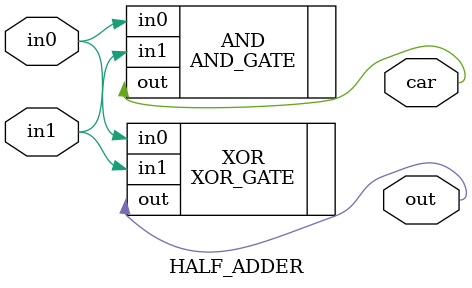
<source format=v>
module HALF_ADDER(
     input wire       in0,
     input wire       in1,
     output wire       out,
     output wire       car
);
    wire w_0;
    wire w_1;
    XOR_GATE XOR(
        .in0    (in0    ),
        .in1    (in1    ),
        .out    (out    )
    );
    AND_GATE AND(
        .in0    (in0    ),
        .in1    (in1    ),
        .out    (car    )
    );
    
endmodule

</source>
